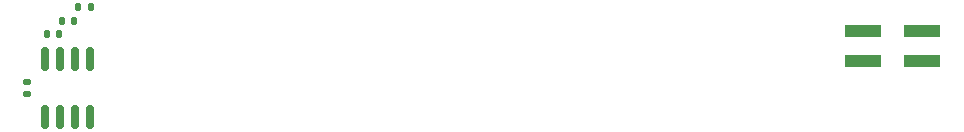
<source format=gbr>
%TF.GenerationSoftware,KiCad,Pcbnew,9.0.3*%
%TF.CreationDate,2025-10-01T18:20:22-04:00*%
%TF.ProjectId,ephys-test-module-molc-64-chan,65706879-732d-4746-9573-742d6d6f6475,A*%
%TF.SameCoordinates,Original*%
%TF.FileFunction,Paste,Top*%
%TF.FilePolarity,Positive*%
%FSLAX46Y46*%
G04 Gerber Fmt 4.6, Leading zero omitted, Abs format (unit mm)*
G04 Created by KiCad (PCBNEW 9.0.3) date 2025-10-01 18:20:22*
%MOMM*%
%LPD*%
G01*
G04 APERTURE LIST*
G04 Aperture macros list*
%AMRoundRect*
0 Rectangle with rounded corners*
0 $1 Rounding radius*
0 $2 $3 $4 $5 $6 $7 $8 $9 X,Y pos of 4 corners*
0 Add a 4 corners polygon primitive as box body*
4,1,4,$2,$3,$4,$5,$6,$7,$8,$9,$2,$3,0*
0 Add four circle primitives for the rounded corners*
1,1,$1+$1,$2,$3*
1,1,$1+$1,$4,$5*
1,1,$1+$1,$6,$7*
1,1,$1+$1,$8,$9*
0 Add four rect primitives between the rounded corners*
20,1,$1+$1,$2,$3,$4,$5,0*
20,1,$1+$1,$4,$5,$6,$7,0*
20,1,$1+$1,$6,$7,$8,$9,0*
20,1,$1+$1,$8,$9,$2,$3,0*%
G04 Aperture macros list end*
%ADD10R,3.150000X1.000000*%
%ADD11RoundRect,0.135000X-0.135000X-0.185000X0.135000X-0.185000X0.135000X0.185000X-0.135000X0.185000X0*%
%ADD12RoundRect,0.150000X0.150000X-0.825000X0.150000X0.825000X-0.150000X0.825000X-0.150000X-0.825000X0*%
%ADD13RoundRect,0.140000X-0.170000X0.140000X-0.170000X-0.140000X0.170000X-0.140000X0.170000X0.140000X0*%
G04 APERTURE END LIST*
D10*
%TO.C,J3*%
X195525000Y-123370000D03*
X190475000Y-123370000D03*
X195525000Y-120830000D03*
X190475000Y-120830000D03*
%TD*%
D11*
%TO.C,R2*%
X122690000Y-120000000D03*
X123710000Y-120000000D03*
%TD*%
%TO.C,R1*%
X121390000Y-121100000D03*
X122410000Y-121100000D03*
%TD*%
D12*
%TO.C,U1*%
X121295000Y-128175000D03*
X122565000Y-128175000D03*
X123835000Y-128175000D03*
X125105000Y-128175000D03*
X125105000Y-123225000D03*
X123835000Y-123225000D03*
X122565000Y-123225000D03*
X121295000Y-123225000D03*
%TD*%
D11*
%TO.C,R3*%
X124090000Y-118800000D03*
X125110000Y-118800000D03*
%TD*%
D13*
%TO.C,C1*%
X119700000Y-125220000D03*
X119700000Y-126180000D03*
%TD*%
M02*

</source>
